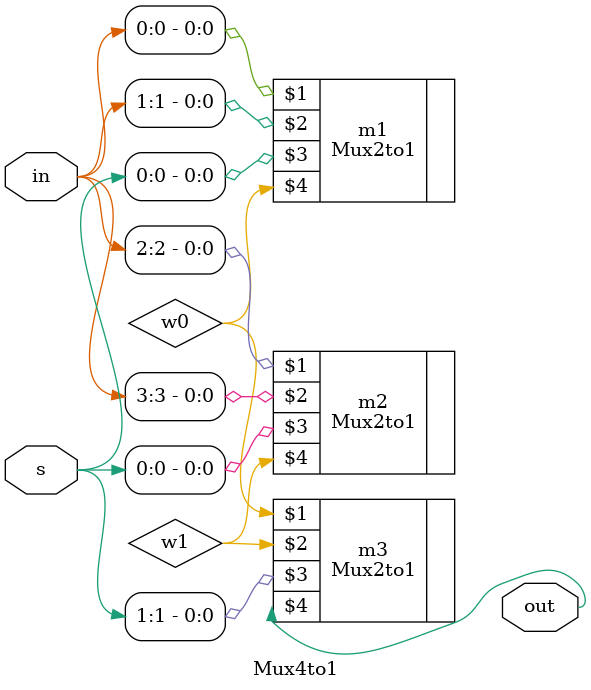
<source format=v>
`timescale 1ns / 1ps


module Mux4to1(
    input [3:0] in, input [1:0] s, output out
);
wire w0,w1;

Mux2to1 m1(in[0] , in[1], s[0], w0);
Mux2to1 m2(in[2] , in[3] ,s[0], w1);
Mux2to1 m3(w0, w1 , s[1] , out);

endmodule

</source>
